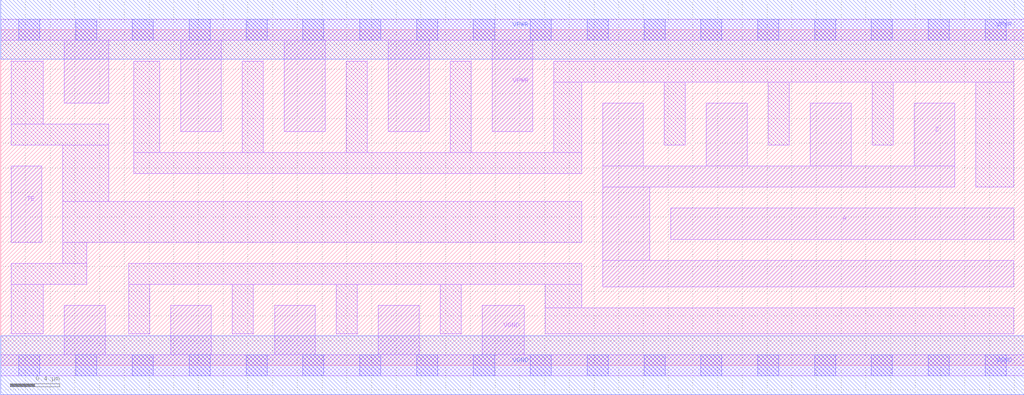
<source format=lef>
# Copyright 2020 The SkyWater PDK Authors
#
# Licensed under the Apache License, Version 2.0 (the "License");
# you may not use this file except in compliance with the License.
# You may obtain a copy of the License at
#
#     https://www.apache.org/licenses/LICENSE-2.0
#
# Unless required by applicable law or agreed to in writing, software
# distributed under the License is distributed on an "AS IS" BASIS,
# WITHOUT WARRANTIES OR CONDITIONS OF ANY KIND, either express or implied.
# See the License for the specific language governing permissions and
# limitations under the License.
#
# SPDX-License-Identifier: Apache-2.0

VERSION 5.7 ;
  NAMESCASESENSITIVE ON ;
  NOWIREEXTENSIONATPIN ON ;
  DIVIDERCHAR "/" ;
  BUSBITCHARS "[]" ;
UNITS
  DATABASE MICRONS 200 ;
END UNITS
MACRO sky130_fd_sc_hd__einvp_8
  CLASS CORE ;
  SOURCE USER ;
  FOREIGN sky130_fd_sc_hd__einvp_8 ;
  ORIGIN  0.000000  0.000000 ;
  SIZE  8.280000 BY  2.720000 ;
  SYMMETRY X Y R90 ;
  SITE unithd ;
  PIN A
    ANTENNAGATEAREA  1.980000 ;
    DIRECTION INPUT ;
    USE SIGNAL ;
    PORT
      LAYER li1 ;
        RECT 5.420000 1.020000 8.195000 1.275000 ;
    END
  END A
  PIN TE
    ANTENNAGATEAREA  1.027500 ;
    DIRECTION INPUT ;
    USE SIGNAL ;
    PORT
      LAYER li1 ;
        RECT 0.085000 0.995000 0.330000 1.615000 ;
    END
  END TE
  PIN Z
    ANTENNADIFFAREA  1.782000 ;
    DIRECTION OUTPUT ;
    USE SIGNAL ;
    PORT
      LAYER li1 ;
        RECT 4.870000 0.635000 8.195000 0.850000 ;
        RECT 4.870000 0.850000 5.250000 1.445000 ;
        RECT 4.870000 1.445000 7.720000 1.615000 ;
        RECT 4.870000 1.615000 5.200000 2.125000 ;
        RECT 5.710000 1.615000 6.040000 2.125000 ;
        RECT 6.550000 1.615000 6.880000 2.125000 ;
        RECT 7.390000 1.615000 7.720000 2.125000 ;
    END
  END Z
  PIN VGND
    DIRECTION INOUT ;
    SHAPE ABUTMENT ;
    USE GROUND ;
    PORT
      LAYER li1 ;
        RECT 0.000000 -0.085000 8.280000 0.085000 ;
        RECT 0.515000  0.085000 0.845000 0.485000 ;
        RECT 1.375000  0.085000 1.705000 0.485000 ;
        RECT 2.215000  0.085000 2.545000 0.485000 ;
        RECT 3.055000  0.085000 3.385000 0.485000 ;
        RECT 3.895000  0.085000 4.235000 0.485000 ;
      LAYER mcon ;
        RECT 0.145000 -0.085000 0.315000 0.085000 ;
        RECT 0.605000 -0.085000 0.775000 0.085000 ;
        RECT 1.065000 -0.085000 1.235000 0.085000 ;
        RECT 1.525000 -0.085000 1.695000 0.085000 ;
        RECT 1.985000 -0.085000 2.155000 0.085000 ;
        RECT 2.445000 -0.085000 2.615000 0.085000 ;
        RECT 2.905000 -0.085000 3.075000 0.085000 ;
        RECT 3.365000 -0.085000 3.535000 0.085000 ;
        RECT 3.825000 -0.085000 3.995000 0.085000 ;
        RECT 4.285000 -0.085000 4.455000 0.085000 ;
        RECT 4.745000 -0.085000 4.915000 0.085000 ;
        RECT 5.205000 -0.085000 5.375000 0.085000 ;
        RECT 5.665000 -0.085000 5.835000 0.085000 ;
        RECT 6.125000 -0.085000 6.295000 0.085000 ;
        RECT 6.585000 -0.085000 6.755000 0.085000 ;
        RECT 7.045000 -0.085000 7.215000 0.085000 ;
        RECT 7.505000 -0.085000 7.675000 0.085000 ;
        RECT 7.965000 -0.085000 8.135000 0.085000 ;
      LAYER met1 ;
        RECT 0.000000 -0.240000 8.280000 0.240000 ;
    END
  END VGND
  PIN VPWR
    DIRECTION INOUT ;
    SHAPE ABUTMENT ;
    USE POWER ;
    PORT
      LAYER li1 ;
        RECT 0.000000 2.635000 8.280000 2.805000 ;
        RECT 0.515000 2.125000 0.875000 2.635000 ;
        RECT 1.455000 1.895000 1.785000 2.635000 ;
        RECT 2.295000 1.895000 2.625000 2.635000 ;
        RECT 3.135000 1.895000 3.465000 2.635000 ;
        RECT 3.975000 1.895000 4.305000 2.635000 ;
      LAYER mcon ;
        RECT 0.145000 2.635000 0.315000 2.805000 ;
        RECT 0.605000 2.635000 0.775000 2.805000 ;
        RECT 1.065000 2.635000 1.235000 2.805000 ;
        RECT 1.525000 2.635000 1.695000 2.805000 ;
        RECT 1.985000 2.635000 2.155000 2.805000 ;
        RECT 2.445000 2.635000 2.615000 2.805000 ;
        RECT 2.905000 2.635000 3.075000 2.805000 ;
        RECT 3.365000 2.635000 3.535000 2.805000 ;
        RECT 3.825000 2.635000 3.995000 2.805000 ;
        RECT 4.285000 2.635000 4.455000 2.805000 ;
        RECT 4.745000 2.635000 4.915000 2.805000 ;
        RECT 5.205000 2.635000 5.375000 2.805000 ;
        RECT 5.665000 2.635000 5.835000 2.805000 ;
        RECT 6.125000 2.635000 6.295000 2.805000 ;
        RECT 6.585000 2.635000 6.755000 2.805000 ;
        RECT 7.045000 2.635000 7.215000 2.805000 ;
        RECT 7.505000 2.635000 7.675000 2.805000 ;
        RECT 7.965000 2.635000 8.135000 2.805000 ;
      LAYER met1 ;
        RECT 0.000000 2.480000 8.280000 2.960000 ;
    END
  END VPWR
  OBS
    LAYER li1 ;
      RECT 0.085000 0.255000 0.345000 0.655000 ;
      RECT 0.085000 0.655000 0.695000 0.825000 ;
      RECT 0.085000 1.785000 0.875000 1.955000 ;
      RECT 0.085000 1.955000 0.345000 2.465000 ;
      RECT 0.500000 0.825000 0.695000 0.995000 ;
      RECT 0.500000 0.995000 4.700000 1.325000 ;
      RECT 0.500000 1.325000 0.875000 1.785000 ;
      RECT 1.035000 0.255000 1.205000 0.655000 ;
      RECT 1.035000 0.655000 4.700000 0.825000 ;
      RECT 1.075000 1.555000 4.700000 1.725000 ;
      RECT 1.075000 1.725000 1.285000 2.465000 ;
      RECT 1.875000 0.255000 2.045000 0.655000 ;
      RECT 1.955000 1.725000 2.125000 2.465000 ;
      RECT 2.715000 0.255000 2.885000 0.655000 ;
      RECT 2.795000 1.725000 2.965000 2.465000 ;
      RECT 3.555000 0.255000 3.725000 0.655000 ;
      RECT 3.635000 1.725000 3.805000 2.465000 ;
      RECT 4.405000 0.255000 8.195000 0.465000 ;
      RECT 4.405000 0.465000 4.700000 0.655000 ;
      RECT 4.475000 1.725000 4.700000 2.295000 ;
      RECT 4.475000 2.295000 8.195000 2.465000 ;
      RECT 5.370000 1.785000 5.540000 2.295000 ;
      RECT 6.210000 1.785000 6.380000 2.295000 ;
      RECT 7.050000 1.785000 7.220000 2.295000 ;
      RECT 7.890000 1.445000 8.195000 2.295000 ;
  END
END sky130_fd_sc_hd__einvp_8

</source>
